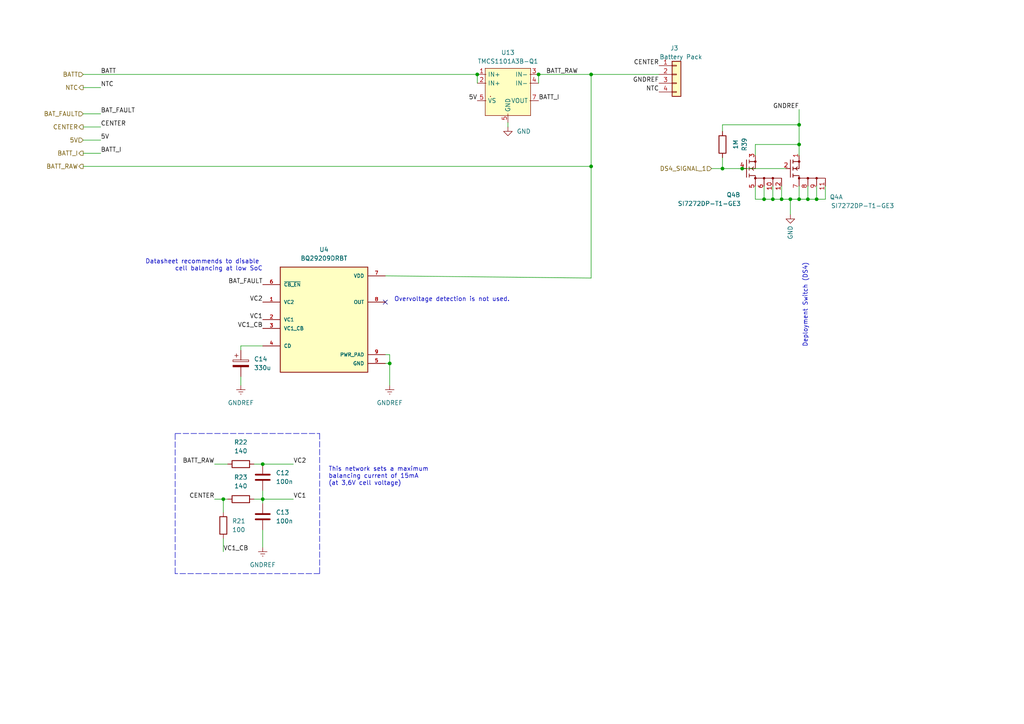
<source format=kicad_sch>
(kicad_sch (version 20211123) (generator eeschema)
  (paper "A4")
  (lib_symbols
    (symbol "Connector_Generic:Conn_01x04" (pin_names (offset 1.016) hide)
      (property "Reference" "J" (at 0 5.08 0))
      (property "Value" "Conn_01x04" (at 0 -7.62 0))
      (symbol "Conn_01x04_1_1"
        (rectangle (start -1.27 -4.953) (end 0 -5.207) (stroke (width 0.1524)))
        (rectangle (start -1.27 -2.413) (end 0 -2.667) (stroke (width 0.1524)))
        (rectangle (start -1.27 0.127) (end 0 -0.127) (stroke (width 0.1524)))
        (rectangle (start -1.27 2.667) (end 0 2.413) (stroke (width 0.1524)))
        (rectangle (start -1.27 3.81) (end 1.27 -6.35) (stroke (width 0.254)) (fill (type background)))
        (pin passive line (at -5.08 2.54 0) (length 3.81) (name "Pin_1") (number "1"))
        (pin passive line (at -5.08 0 0) (length 3.81) (name "Pin_2") (number "2"))
        (pin passive line (at -5.08 -2.54 0) (length 3.81) (name "Pin_3") (number "3"))
        (pin passive line (at -5.08 -5.08 0) (length 3.81) (name "Pin_4") (number "4"))
      )
    )
    (symbol "Device:C" (pin_numbers hide) (pin_names (offset 0.254))
      (property "Reference" "C" (at 0.635 2.54 0))
      (property "Value" "C" (at 0.635 -2.54 0))
      (symbol "C_0_1"
        (polyline (pts (xy -2.032 -0.762) (xy 2.032 -0.762)) (stroke (width 0.508)))
        (polyline (pts (xy -2.032 0.762) (xy 2.032 0.762)) (stroke (width 0.508)))
      )
      (symbol "C_1_1"
        (pin passive line (at 0 3.81 270) (length 2.794) (name "~") (number "1"))
        (pin passive line (at 0 -3.81 90) (length 2.794) (name "~") (number "2"))
      )
    )
    (symbol "Device:C_Polarized" (pin_numbers hide) (pin_names (offset 0.254))
      (property "Reference" "C" (at 0.635 2.54 0))
      (property "Value" "C_Polarized" (at 0.635 -2.54 0))
      (symbol "C_Polarized_0_1"
        (rectangle (start -2.286 0.508) (end 2.286 1.016))
        (polyline (pts (xy -1.778 2.286) (xy -0.762 2.286)))
        (polyline (pts (xy -1.27 2.794) (xy -1.27 1.778)))
        (rectangle (start 2.286 -0.508) (end -2.286 -1.016) (fill (type outline)))
      )
      (symbol "C_Polarized_1_1"
        (pin passive line (at 0 3.81 270) (length 2.794) (name "~") (number "1"))
        (pin passive line (at 0 -3.81 90) (length 2.794) (name "~") (number "2"))
      )
    )
    (symbol "Device:R" (pin_numbers hide) (pin_names (offset 0))
      (property "Reference" "R" (at 2.032 0 90))
      (property "Value" "R" (at 0 0 90))
      (symbol "R_0_1"
        (rectangle (start -1.016 -2.54) (end 1.016 2.54) (stroke (width 0.254)))
      )
      (symbol "R_1_1"
        (pin passive line (at 0 3.81 270) (length 1.27) (name "~") (number "1"))
        (pin passive line (at 0 -3.81 90) (length 1.27) (name "~") (number "2"))
      )
    )
    (symbol "STS_Battery_Management:BQ29209DRBT" (pin_names (offset 1.016))
      (property "Reference" "U" (at -12.7 16.2306 0))
      (property "Value" "BQ29209DRBT" (at -12.7 -19.2278 0))
      (symbol "BQ29209DRBT_0_0"
        (rectangle (start -12.7 -15.24) (end 12.7 15.24) (stroke (width 0.254)) (fill (type background)))
        (pin input line (at -17.78 5.08 0) (length 5.08) (name "VC2") (number "1"))
        (pin input line (at -17.78 0 0) (length 5.08) (name "VC1") (number "2"))
        (pin input line (at -17.78 -2.54 0) (length 5.08) (name "VC1_CB") (number "3"))
        (pin passive line (at -17.78 -7.62 0) (length 5.08) (name "CD") (number "4"))
        (pin passive line (at 17.78 -12.7 180) (length 5.08) (name "GND") (number "5"))
        (pin input line (at -17.78 10.16 0) (length 5.08) (name "~{CB_EN}") (number "6"))
        (pin passive line (at 17.78 12.7 180) (length 5.08) (name "VDD") (number "7"))
        (pin output line (at 17.78 5.08 180) (length 5.08) (name "OUT") (number "8"))
        (pin passive line (at 17.78 -10.16 180) (length 5.08) (name "PWR_PAD") (number "9"))
      )
    )
    (symbol "STS_Sensor_Current:TMCS1101Q1"
      (property "Reference" "U" (at 0 9.144 0))
      (property "Value" "TMCS1101Q1" (at 0 7.112 0))
      (symbol "TMCS1101Q1_0_1"
        (rectangle (start -6.604 5.588) (end 6.604 -8.128) (fill (type background)))
        (rectangle (start -5.08 -2.54) (end -5.08 -2.54))
        (rectangle (start -5.08 -2.54) (end -5.08 -2.54))
        (rectangle (start -5.08 -2.54) (end -5.08 -2.54))
        (rectangle (start -5.08 -2.54) (end -5.08 -2.54))
        (rectangle (start -5.08 -2.54) (end -5.08 -2.54))
        (rectangle (start -5.08 -2.54) (end -5.08 -2.54))
        (rectangle (start -5.08 -2.54) (end -5.08 -2.54))
        (rectangle (start -5.08 -2.54) (end -5.08 -2.54))
        (rectangle (start -5.08 -2.54) (end -5.08 -2.54))
        (rectangle (start -5.08 -2.54) (end -5.08 -2.54))
        (rectangle (start -5.08 -2.54) (end -5.08 -2.54))
        (rectangle (start -5.08 -2.54) (end -5.08 -2.54))
        (rectangle (start -5.08 -2.54) (end -5.08 -2.54))
        (rectangle (start -5.08 -2.54) (end -5.08 -2.54))
        (rectangle (start -5.08 -2.54) (end -5.08 -2.54))
        (rectangle (start -5.08 -2.54) (end -5.08 -2.54))
      )
      (symbol "TMCS1101Q1_1_1"
        (pin passive line (at -8.89 3.81 0) (length 2.54) (name "IN+") (number "1"))
        (pin passive line (at -8.89 1.27 0) (length 2.54) (name "IN+") (number "2"))
        (pin passive line (at 8.89 3.81 180) (length 2.54) (name "IN-") (number "3"))
        (pin passive line (at 8.89 1.27 180) (length 2.54) (name "IN-") (number "4"))
        (pin passive line (at 0 -10.16 90) (length 2.54) (name "GND") (number "5"))
        (pin passive line (at -8.89 -3.81 0) (length 2.54) (name "VS") (number "5"))
        (pin passive line (at 0 -10.16 90) (length 2.54) hide (name "NC") (number "6"))
        (pin passive line (at 8.89 -3.81 180) (length 2.54) (name "VOUT") (number "7"))
      )
    )
    (symbol "STS_Transistor_FET:SI7272DP-T1-GE3" (pin_names hide)
      (property "Reference" "Q" (at -3.556 3.81 0))
      (property "Value" "SI7272DP-T1-GE3" (at 5.842 -3.048 0))
      (symbol "SI7272DP-T1-GE3_0_1"
        (polyline (pts (xy 1.27 0) (xy 1.27 -2.54)))
        (polyline (pts (xy 1.27 0) (xy 1.27 -2.54)))
        (polyline (pts (xy 2.032 -2.54) (xy 2.032 -1.524)))
        (polyline (pts (xy 2.032 -2.54) (xy 2.032 -1.524)))
        (polyline (pts (xy 2.032 0.508) (xy 2.032 -0.508)))
        (polyline (pts (xy 2.032 0.508) (xy 2.032 -0.508)))
        (polyline (pts (xy 2.032 2.54) (xy 2.032 1.524)))
        (polyline (pts (xy 2.032 2.54) (xy 2.032 1.524)))
        (polyline (pts (xy 2.794 0) (xy 3.302 -0.508)))
        (polyline (pts (xy 2.794 0) (xy 3.302 -0.508)))
        (polyline (pts (xy 2.794 0) (xy 3.302 0.508)))
        (polyline (pts (xy 2.794 0) (xy 3.302 0.508)))
        (polyline (pts (xy 3.81 2.794) (xy 3.81 5.08)))
        (polyline (pts (xy 3.81 2.794) (xy 3.81 5.08)))
        (polyline (pts (xy 0 0) (xy 1.27 0) (xy 1.27 2.54)))
        (polyline (pts (xy 0 0) (xy 1.27 0) (xy 1.27 2.54)))
        (polyline (pts (xy 2.032 -2.032) (xy 3.81 -2.032) (xy 3.81 -3.81)))
        (polyline (pts (xy 2.032 -2.032) (xy 3.81 -2.032) (xy 3.81 -3.81)))
        (polyline (pts (xy 2.032 0) (xy 3.81 0) (xy 3.81 -2.032)))
        (polyline (pts (xy 2.032 0) (xy 3.81 0) (xy 3.81 -2.032)))
        (polyline (pts (xy 2.032 2.032) (xy 3.81 2.032) (xy 3.81 2.794)))
        (polyline (pts (xy 2.032 2.032) (xy 3.81 2.032) (xy 3.81 2.794)))
        (polyline (pts (xy 6.35 2.794) (xy 8.89 2.794) (xy 8.89 5.08)))
        (polyline (pts (xy 6.35 2.794) (xy 8.89 2.794) (xy 8.89 5.08)))
        (polyline (pts (xy 6.35 5.08) (xy 6.35 2.794) (xy 3.81 2.794)))
        (polyline (pts (xy 6.35 5.08) (xy 6.35 2.794) (xy 3.81 2.794)))
        (polyline (pts (xy 8.89 2.794) (xy 11.43 2.794) (xy 11.43 5.08)))
        (polyline (pts (xy 8.89 2.794) (xy 11.43 2.794) (xy 11.43 5.08)))
        (circle (center 3.81 -2.032) (radius 0.254) (fill (type outline)))
        (circle (center 3.81 -2.032) (radius 0.254) (fill (type outline)))
        (circle (center 3.81 2.794) (radius 0.254) (fill (type outline)))
        (circle (center 3.81 2.794) (radius 0.254) (fill (type outline)))
        (circle (center 6.35 2.794) (radius 0.254) (fill (type outline)))
        (circle (center 6.35 2.794) (radius 0.254) (fill (type outline)))
        (circle (center 8.89 2.794) (radius 0.254) (fill (type outline)))
        (circle (center 8.89 2.794) (radius 0.254) (fill (type outline)))
      )
      (symbol "SI7272DP-T1-GE3_1_0"
        (pin passive line (at 3.81 -3.81 270) (length 0) (name "S1") (number "1"))
        (pin passive line (at 11.43 5.08 90) (length 0) (name "D1_4") (number "11"))
        (pin passive line (at 0 0 180) (length 0) (name "G1") (number "2"))
        (pin passive line (at 0 0 180) (length 0) (name "G1") (number "2"))
        (pin passive line (at 3.81 5.08 90) (length 0) (name "D1_1") (number "7"))
        (pin passive line (at 6.35 5.08 90) (length 0) (name "D1_2") (number "8"))
        (pin passive line (at 8.89 5.08 90) (length 0) (name "D1_3") (number "9"))
      )
      (symbol "SI7272DP-T1-GE3_2_0"
        (pin passive line (at 8.89 5.08 90) (length 0) (name "D2_3") (number "10"))
        (pin passive line (at 11.43 5.08 90) (length 0) (name "D2_4") (number "12"))
        (pin passive line (at 3.81 -3.81 270) (length 0) (name "S2") (number "3"))
        (pin passive line (at 0 0 180) (length 0) (name "G2") (number "4"))
        (pin passive line (at 3.81 5.08 90) (length 0) (name "D2_1") (number "5"))
        (pin passive line (at 6.35 5.08 90) (length 0) (name "D2_2") (number "6"))
      )
    )
    (symbol "power:GND" (power) (pin_names (offset 0))
      (property "Value" "GND" (at 0 -3.81 0))
      (symbol "GND_0_1"
        (polyline (pts (xy 0 0) (xy 0 -1.27) (xy 1.27 -1.27) (xy 0 -2.54) (xy -1.27 -1.27) (xy 0 -1.27)))
      )
      (symbol "GND_1_1"
        (pin power_in line (at 0 0 270) (length 0) hide (name "GND") (number "1"))
      )
    )
    (symbol "power:GNDREF" (power) (pin_names (offset 0))
      (property "Value" "GNDREF" (at 0 -3.81 0))
      (symbol "GNDREF_0_1"
        (polyline (pts (xy -0.635 -1.905) (xy 0.635 -1.905)))
        (polyline (pts (xy -0.127 -2.54) (xy 0.127 -2.54)))
        (polyline (pts (xy 0 -1.27) (xy 0 0)))
        (polyline (pts (xy 1.27 -1.27) (xy -1.27 -1.27)))
      )
      (symbol "GNDREF_1_1"
        (pin power_in line (at 0 0 270) (length 0) hide (name "GNDREF") (number "1"))
      )
    )
  )
  (junction (at 215.265 48.895))
  (junction (at 231.775 57.785))
  (junction (at 226.695 57.785))
  (junction (at 231.775 41.91))
  (junction (at 234.315 57.785))
  (junction (at 171.45 21.59))
  (junction (at 156.21 21.59))
  (junction (at 209.55 48.895))
  (junction (at 224.155 57.785))
  (junction (at 236.855 57.785))
  (junction (at 64.77 144.78))
  (junction (at 76.2 134.62))
  (junction (at 221.615 57.785))
  (junction (at 113.03 105.41))
  (junction (at 231.775 36.195))
  (junction (at 171.45 48.26))
  (junction (at 76.2 144.78))
  (junction (at 138.43 21.59))
  (junction (at 229.235 57.785))
  (no_connect (at 111.76 87.63))
  (wire (pts (xy 62.23 134.62) (xy 66.04 134.62)))
  (wire (pts (xy 224.155 53.975) (xy 224.155 57.785)))
  (wire (pts (xy 221.615 57.785) (xy 224.155 57.785)))
  (wire (pts (xy 236.855 57.785) (xy 239.395 57.785)))
  (wire (pts (xy 111.76 80.01) (xy 171.45 80.645)))
  (polyline (pts (xy 50.8 125.73) (xy 92.71 125.73)))
  (wire (pts (xy 24.13 33.02) (xy 29.21 33.02)))
  (wire (pts (xy 226.695 57.785) (xy 229.235 57.785)))
  (polyline (pts (xy 50.8 166.37) (xy 50.8 125.73)))
  (wire (pts (xy 236.855 53.975) (xy 236.855 57.785)))
  (wire (pts (xy 239.395 57.785) (xy 239.395 53.975)))
  (wire (pts (xy 171.45 21.59) (xy 191.135 21.59)))
  (wire (pts (xy 215.265 48.895) (xy 209.55 48.895)))
  (wire (pts (xy 24.13 48.26) (xy 171.45 48.26)))
  (wire (pts (xy 229.235 57.785) (xy 231.775 57.785)))
  (wire (pts (xy 111.76 102.87) (xy 113.03 102.87)))
  (wire (pts (xy 76.2 153.67) (xy 76.2 158.75)))
  (wire (pts (xy 24.13 25.4) (xy 29.21 25.4)))
  (wire (pts (xy 64.77 144.78) (xy 64.77 148.59)))
  (polyline (pts (xy 92.71 166.37) (xy 50.8 166.37)))
  (wire (pts (xy 76.2 144.78) (xy 76.2 146.05)))
  (wire (pts (xy 171.45 21.59) (xy 171.45 48.26)))
  (wire (pts (xy 221.615 53.975) (xy 221.615 57.785)))
  (wire (pts (xy 113.03 102.87) (xy 113.03 105.41)))
  (wire (pts (xy 219.075 57.785) (xy 221.615 57.785)))
  (wire (pts (xy 73.66 134.62) (xy 76.2 134.62)))
  (wire (pts (xy 219.075 53.975) (xy 219.075 57.785)))
  (wire (pts (xy 219.075 45.085) (xy 219.075 41.91)))
  (wire (pts (xy 234.315 57.785) (xy 236.855 57.785)))
  (wire (pts (xy 24.13 40.64) (xy 29.21 40.64)))
  (wire (pts (xy 24.13 44.45) (xy 29.21 44.45)))
  (wire (pts (xy 76.2 134.62) (xy 85.09 134.62)))
  (wire (pts (xy 73.66 144.78) (xy 76.2 144.78)))
  (wire (pts (xy 147.32 35.56) (xy 147.32 36.83)))
  (wire (pts (xy 156.21 21.59) (xy 156.21 24.13)))
  (wire (pts (xy 69.85 109.22) (xy 69.85 111.76)))
  (wire (pts (xy 69.85 100.33) (xy 69.85 101.6)))
  (wire (pts (xy 66.04 144.78) (xy 64.77 144.78)))
  (wire (pts (xy 226.695 53.975) (xy 226.695 57.785)))
  (wire (pts (xy 234.315 53.975) (xy 234.315 57.785)))
  (wire (pts (xy 76.2 142.24) (xy 76.2 144.78)))
  (wire (pts (xy 229.235 57.785) (xy 229.235 62.23)))
  (wire (pts (xy 231.775 53.975) (xy 231.775 57.785)))
  (wire (pts (xy 227.965 48.895) (xy 215.265 48.895)))
  (wire (pts (xy 209.55 38.1) (xy 209.55 36.195)))
  (wire (pts (xy 111.76 105.41) (xy 113.03 105.41)))
  (wire (pts (xy 24.13 21.59) (xy 138.43 21.59)))
  (wire (pts (xy 209.55 48.895) (xy 209.55 45.72)))
  (wire (pts (xy 231.775 41.91) (xy 231.775 45.085)))
  (wire (pts (xy 219.075 41.91) (xy 231.775 41.91)))
  (wire (pts (xy 224.155 57.785) (xy 226.695 57.785)))
  (polyline (pts (xy 92.71 125.73) (xy 92.71 166.37)))
  (wire (pts (xy 113.03 105.41) (xy 113.03 111.76)))
  (wire (pts (xy 138.43 21.59) (xy 138.43 24.13)))
  (wire (pts (xy 231.775 36.195) (xy 231.775 41.91)))
  (wire (pts (xy 156.21 21.59) (xy 171.45 21.59)))
  (wire (pts (xy 64.77 156.21) (xy 64.77 160.02)))
  (wire (pts (xy 209.55 48.895) (xy 206.375 48.895)))
  (wire (pts (xy 231.775 57.785) (xy 234.315 57.785)))
  (wire (pts (xy 171.45 48.26) (xy 171.45 80.645)))
  (wire (pts (xy 62.23 144.78) (xy 64.77 144.78)))
  (wire (pts (xy 231.775 36.195) (xy 209.55 36.195)))
  (wire (pts (xy 231.775 31.75) (xy 231.775 36.195)))
  (wire (pts (xy 69.85 100.33) (xy 76.2 100.33)))
  (wire (pts (xy 76.2 144.78) (xy 85.09 144.78)))
  (wire (pts (xy 24.13 36.83) (xy 29.21 36.83)))
  (text "Datasheet recommends to disable \ncell balancing at low SoC" (at 76.2 78.74 0) (effects (font (size 1.27 1.27)) (justify right bottom)))
  (text "This network sets a maximum \nbalancing current of 15mA \n(at 3,6V cell voltage)" (at 95.25 140.97 0) (effects (font (size 1.27 1.27)) (justify left bottom)))
  (text "Deployment Switch (DS4)" (at 234.315 76.2 270) (effects (font (size 1.27 1.27)) (justify right bottom)))
  (text "Overvoltage detection is not used." (at 114.3 87.63 0) (effects (font (size 1.27 1.27)) (justify left bottom)))
  (label "BATT_RAW" (at 62.23 134.62 180))
  (label "NTC" (at 29.21 25.4 0))
  (label "GNDREF" (at 231.775 31.75 180))
  (label "BATT" (at 29.21 21.59 0))
  (label "BAT_FAULT" (at 29.21 33.02 0))
  (label "BATT_I" (at 29.21 44.45 0))
  (label "VC1" (at 85.09 144.78 0))
  (label "VC1_CB" (at 64.77 160.02 0))
  (label "5V" (at 29.21 40.64 0))
  (label "CENTER" (at 62.23 144.78 180))
  (label "VC2" (at 85.09 134.62 0))
  (label "BATT_RAW" (at 167.64 21.59 180))
  (label "NTC" (at 191.135 26.67 180))
  (label "CENTER" (at 191.135 19.05 180))
  (label "BATT_I" (at 156.21 29.21 0))
  (label "5V" (at 138.43 29.21 180))
  (label "VC1" (at 76.2 92.71 180))
  (label "CENTER" (at 29.21 36.83 0))
  (label "BAT_FAULT" (at 76.2 82.55 180))
  (label "VC1_CB" (at 76.2 95.25 180))
  (label "GNDREF" (at 191.135 24.13 180))
  (label "VC2" (at 76.2 87.63 180))
  (hierarchical_label "5V" (shape input) (at 24.13 40.64 180))
  (hierarchical_label "NTC" (shape output) (at 24.13 25.4 180))
  (hierarchical_label "BATT_I" (shape output) (at 24.13 44.45 180))
  (hierarchical_label "CENTER" (shape output) (at 24.13 36.83 180))
  (hierarchical_label "BATT" (shape input) (at 24.13 21.59 180))
  (hierarchical_label "BAT_FAULT" (shape input) (at 24.13 33.02 180))
  (hierarchical_label "BATT_RAW" (shape output) (at 24.13 48.26 180))
  (hierarchical_label "DS4_SIGNAL_1" (shape input) (at 206.375 48.895 180))
  (symbol (lib_id "STS_Battery_Management:BQ29209DRBT") (at 93.98 92.71 0) (unit 1)
    (property "Reference" "U4" (at 93.98 72.39 0))
    (property "Value" "BQ29209DRBT" (at 93.98 74.93 0))
    (property "Footprint" "STS_Package_VSON:TI_VSON8" (effects hide))
    (property "STANDARD" "Manufacturer recommendations" (effects hide))
    (property "PARTREV" "C" (effects hide))
    (property "MANUFACTURER" "Texas Instruments" (effects hide))
    (property "MAXIMUM_PACKAGE_HEIGHT" "1 mm" (effects hide))
  )
  (symbol (lib_id "Device:R") (at 209.55 41.91 0) (unit 1)
    (property "Reference" "R39" (at 215.9 41.91 90))
    (property "Value" "1M" (at 213.36 41.91 90))
    (property "Footprint" "Resistor_SMD:R_0805_2012Metric" (effects hide))
  )
  (symbol (lib_id "STS_Sensor_Current:TMCS1101Q1") (at 147.32 25.4 0) (unit 1)
    (property "Reference" "U13" (at 147.32 15.24 0))
    (property "Value" "TMCS1101A3B-Q1" (at 147.32 17.78 0))
    (property "Footprint" "Package_SO:SOIC-8_3.9x4.9mm_P1.27mm" (effects hide))
  )
  (symbol (lib_id "power:GNDREF") (at 69.85 111.76 0) (unit 1)
    (property "Reference" "#PWR035" (effects hide))
    (property "Value" "GNDREF" (at 69.85 116.84 0))
  )
  (symbol (lib_id "Device:C_Polarized") (at 69.85 105.41 0) (unit 1)
    (property "Reference" "C14" (at 73.66 104.1399 0) (effects (justify left)))
    (property "Value" "330u" (at 73.66 106.6799 0) (effects (justify left)))
    (property "Footprint" "Capacitor_Tantalum_SMD:CP_EIA-7343-43_Kemet-X" (effects hide))
  )
  (symbol (lib_id "Connector_Generic:Conn_01x04") (at 196.215 21.59 0) (unit 1)
    (property "Reference" "J3" (at 195.58 13.97 0))
    (property "Value" "Battery Pack" (at 197.485 16.51 0))
    (property "Footprint" "STS_Connector:436500415" (effects hide))
  )
  (symbol (lib_id "power:GNDREF") (at 113.03 111.76 0) (unit 1)
    (property "Reference" "#PWR037" (effects hide))
    (property "Value" "GNDREF" (at 113.03 116.84 0))
  )
  (symbol (lib_id "STS_Transistor_FET:SI7272DP-T1-GE3") (at 227.965 48.895 0) (mirror x) (unit 1)
    (property "Reference" "Q4" (at 242.57 57.15 0))
    (property "Value" "SI7272DP-T1-GE3" (at 250.19 59.69 0))
    (property "Footprint" "STS_Package_SO:POWERPAK_SO8" (effects hide))
    (property "Manufacturer_Name" "Vishay" (effects hide))
  )
  (symbol (lib_id "Device:R") (at 64.77 152.4 180) (unit 1)
    (property "Reference" "R21" (at 67.31 151.1299 0) (effects (justify right)))
    (property "Value" "100" (at 67.31 153.6699 0) (effects (justify right)))
    (property "Footprint" "Resistor_SMD:R_0805_2012Metric" (effects hide))
  )
  (symbol (lib_id "STS_Transistor_FET:SI7272DP-T1-GE3") (at 215.265 48.895 0) (mirror x) (unit 2)
    (property "Reference" "Q4" (at 212.725 56.515 0))
    (property "Value" "SI7272DP-T1-GE3" (at 205.74 59.055 0))
    (property "Footprint" "STS_Package_SO:POWERPAK_SO8" (effects hide))
    (property "Manufacturer_Name" "Vishay" (effects hide))
  )
  (symbol (lib_id "Device:C") (at 76.2 149.86 0) (unit 1)
    (property "Reference" "C13" (at 80.01 148.5899 0) (effects (justify left)))
    (property "Value" "100n" (at 80.01 151.1299 0) (effects (justify left)))
    (property "Footprint" "Capacitor_SMD:C_0805_2012Metric" (effects hide))
  )
  (symbol (lib_id "Device:R") (at 69.85 134.62 90) (unit 1)
    (property "Reference" "R22" (at 69.85 128.27 90))
    (property "Value" "140" (at 69.85 130.81 90))
    (property "Footprint" "Resistor_SMD:R_0805_2012Metric" (effects hide))
  )
  (symbol (lib_id "Device:C") (at 76.2 138.43 0) (unit 1)
    (property "Reference" "C12" (at 80.01 137.1599 0) (effects (justify left)))
    (property "Value" "100n" (at 80.01 139.6999 0) (effects (justify left)))
    (property "Footprint" "Capacitor_SMD:C_0805_2012Metric" (effects hide))
  )
  (symbol (lib_id "power:GND") (at 229.235 62.23 0) (unit 1)
    (property "Reference" "#PWR049" (effects hide))
    (property "Value" "GND" (at 229.2351 65.405 90) (effects (justify right)))
  )
  (symbol (lib_id "power:GND") (at 147.32 36.83 0) (unit 1)
    (property "Reference" "#PWR054" (effects hide))
    (property "Value" "GND" (at 149.86 38.0999 0) (effects (justify left)))
  )
  (symbol (lib_id "power:GNDREF") (at 76.2 158.75 0) (unit 1)
    (property "Reference" "#PWR036" (effects hide))
    (property "Value" "GNDREF" (at 76.2 163.83 0))
  )
  (symbol (lib_id "Device:R") (at 69.85 144.78 90) (unit 1)
    (property "Reference" "R23" (at 69.85 138.43 90))
    (property "Value" "140" (at 69.85 140.97 90))
    (property "Footprint" "Resistor_SMD:R_0805_2012Metric" (effects hide))
  )
)
</source>
